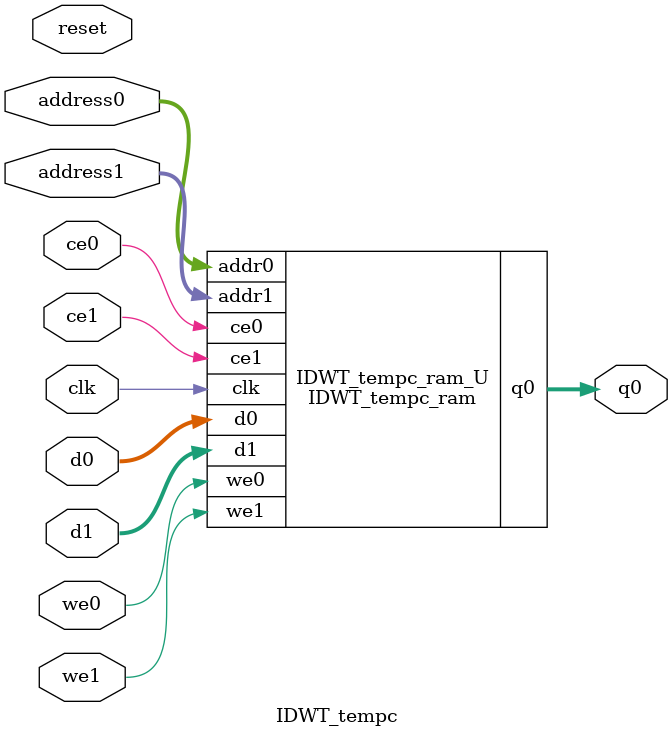
<source format=v>
`timescale 1 ns / 1 ps
module IDWT_tempc_ram (addr0, ce0, d0, we0, q0, addr1, ce1, d1, we1,  clk);

parameter DWIDTH = 32;
parameter AWIDTH = 7;
parameter MEM_SIZE = 120;

input[AWIDTH-1:0] addr0;
input ce0;
input[DWIDTH-1:0] d0;
input we0;
output reg[DWIDTH-1:0] q0;
input[AWIDTH-1:0] addr1;
input ce1;
input[DWIDTH-1:0] d1;
input we1;
input clk;

(* ram_style = "block" *)reg [DWIDTH-1:0] ram[0:MEM_SIZE-1];




always @(posedge clk)  
begin 
    if (ce0) 
    begin
        if (we0) 
        begin 
            ram[addr0] <= d0; 
        end 
        q0 <= ram[addr0];
    end
end


always @(posedge clk)  
begin 
    if (ce1) 
    begin
        if (we1) 
        begin 
            ram[addr1] <= d1; 
        end 
    end
end


endmodule

`timescale 1 ns / 1 ps
module IDWT_tempc(
    reset,
    clk,
    address0,
    ce0,
    we0,
    d0,
    q0,
    address1,
    ce1,
    we1,
    d1);

parameter DataWidth = 32'd32;
parameter AddressRange = 32'd120;
parameter AddressWidth = 32'd7;
input reset;
input clk;
input[AddressWidth - 1:0] address0;
input ce0;
input we0;
input[DataWidth - 1:0] d0;
output[DataWidth - 1:0] q0;
input[AddressWidth - 1:0] address1;
input ce1;
input we1;
input[DataWidth - 1:0] d1;



IDWT_tempc_ram IDWT_tempc_ram_U(
    .clk( clk ),
    .addr0( address0 ),
    .ce0( ce0 ),
    .we0( we0 ),
    .d0( d0 ),
    .q0( q0 ),
    .addr1( address1 ),
    .ce1( ce1 ),
    .we1( we1 ),
    .d1( d1 ));

endmodule


</source>
